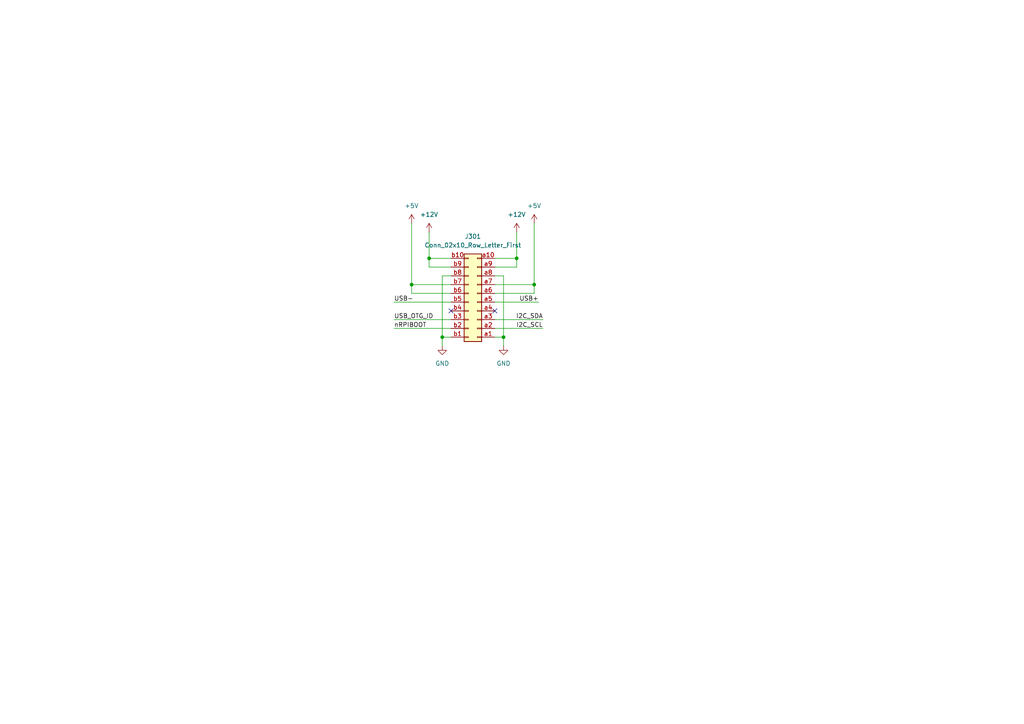
<source format=kicad_sch>
(kicad_sch (version 20231120) (generator "eeschema") (generator_version "8.0")
  (paper "A4")
  (title_block (title "Bus Connector") (rev "<<HASH>>") (company "Amateurfunkclub für Remote Stationen"))
  (lib_symbols
    (symbol "Connector_Generic:Conn_02x10_Row_Letter_First" (pin_names (offset 1.016) hide)
      (property "Reference" "J" (at 1.27 12.7 0))
      (property "Value" "Conn_02x10_Row_Letter_First" (at 1.27 -15.24 0))
      (symbol "Conn_02x10_Row_Letter_First_1_1"
        (rectangle (start -1.27 -12.573) (end 0 -12.827) (stroke (width 0.1524)))
        (rectangle (start -1.27 -10.033) (end 0 -10.287) (stroke (width 0.1524)))
        (rectangle (start -1.27 -7.493) (end 0 -7.747) (stroke (width 0.1524)))
        (rectangle (start -1.27 -4.953) (end 0 -5.207) (stroke (width 0.1524)))
        (rectangle (start -1.27 -2.413) (end 0 -2.667) (stroke (width 0.1524)))
        (rectangle (start -1.27 0.127) (end 0 -0.127) (stroke (width 0.1524)))
        (rectangle (start -1.27 2.667) (end 0 2.413) (stroke (width 0.1524)))
        (rectangle (start -1.27 5.207) (end 0 4.953) (stroke (width 0.1524)))
        (rectangle (start -1.27 7.747) (end 0 7.493) (stroke (width 0.1524)))
        (rectangle (start -1.27 10.287) (end 0 10.033) (stroke (width 0.1524)))
        (rectangle (start -1.27 11.43) (end 3.81 -13.97) (stroke (width 0.254)) (fill (type background)))
        (rectangle (start 3.81 -12.573) (end 2.54 -12.827) (stroke (width 0.1524)))
        (rectangle (start 3.81 -10.033) (end 2.54 -10.287) (stroke (width 0.1524)))
        (rectangle (start 3.81 -7.493) (end 2.54 -7.747) (stroke (width 0.1524)))
        (rectangle (start 3.81 -4.953) (end 2.54 -5.207) (stroke (width 0.1524)))
        (rectangle (start 3.81 -2.413) (end 2.54 -2.667) (stroke (width 0.1524)))
        (rectangle (start 3.81 0.127) (end 2.54 -0.127) (stroke (width 0.1524)))
        (rectangle (start 3.81 2.667) (end 2.54 2.413) (stroke (width 0.1524)))
        (rectangle (start 3.81 5.207) (end 2.54 4.953) (stroke (width 0.1524)))
        (rectangle (start 3.81 7.747) (end 2.54 7.493) (stroke (width 0.1524)))
        (rectangle (start 3.81 10.287) (end 2.54 10.033) (stroke (width 0.1524)))
        (pin passive line (at -5.08 10.16 0) (length 3.81) (name "Pin_a1") (number "a1"))
        (pin passive line (at -5.08 -12.7 0) (length 3.81) (name "Pin_a10") (number "a10"))
        (pin passive line (at -5.08 7.62 0) (length 3.81) (name "Pin_a2") (number "a2"))
        (pin passive line (at -5.08 5.08 0) (length 3.81) (name "Pin_a3") (number "a3"))
        (pin passive line (at -5.08 2.54 0) (length 3.81) (name "Pin_a4") (number "a4"))
        (pin passive line (at -5.08 0 0) (length 3.81) (name "Pin_a5") (number "a5"))
        (pin passive line (at -5.08 -2.54 0) (length 3.81) (name "Pin_a6") (number "a6"))
        (pin passive line (at -5.08 -5.08 0) (length 3.81) (name "Pin_a7") (number "a7"))
        (pin passive line (at -5.08 -7.62 0) (length 3.81) (name "Pin_a8") (number "a8"))
        (pin passive line (at -5.08 -10.16 0) (length 3.81) (name "Pin_a9") (number "a9"))
        (pin passive line (at 7.62 10.16 180) (length 3.81) (name "Pin_b1") (number "b1"))
        (pin passive line (at 7.62 -12.7 180) (length 3.81) (name "Pin_b10") (number "b10"))
        (pin passive line (at 7.62 7.62 180) (length 3.81) (name "Pin_b2") (number "b2"))
        (pin passive line (at 7.62 5.08 180) (length 3.81) (name "Pin_b3") (number "b3"))
        (pin passive line (at 7.62 2.54 180) (length 3.81) (name "Pin_b4") (number "b4"))
        (pin passive line (at 7.62 0 180) (length 3.81) (name "Pin_b5") (number "b5"))
        (pin passive line (at 7.62 -2.54 180) (length 3.81) (name "Pin_b6") (number "b6"))
        (pin passive line (at 7.62 -5.08 180) (length 3.81) (name "Pin_b7") (number "b7"))
        (pin passive line (at 7.62 -7.62 180) (length 3.81) (name "Pin_b8") (number "b8"))
        (pin passive line (at 7.62 -10.16 180) (length 3.81) (name "Pin_b9") (number "b9"))
      )
    )
    (symbol "power:+12V" (power) (pin_numbers hide) (pin_names (offset 0) hide)
      (property "Value" "+12V" (at 0 3.556 0))
      (symbol "+12V_0_1"
        (polyline (pts (xy -0.762 1.27) (xy 0 2.54)))
        (polyline (pts (xy 0 0) (xy 0 2.54)))
        (polyline (pts (xy 0 2.54) (xy 0.762 1.27)))
      )
      (symbol "+12V_1_1"
        (pin power_in line (at 0 0 90) (length 0) (name "~") (number "1"))
      )
    )
    (symbol "power:+5V" (power) (pin_numbers hide) (pin_names (offset 0) hide)
      (property "Value" "+5V" (at 0 3.556 0))
      (symbol "+5V_0_1"
        (polyline (pts (xy -0.762 1.27) (xy 0 2.54)))
        (polyline (pts (xy 0 0) (xy 0 2.54)))
        (polyline (pts (xy 0 2.54) (xy 0.762 1.27)))
      )
      (symbol "+5V_1_1"
        (pin power_in line (at 0 0 90) (length 0) (name "~") (number "1"))
      )
    )
    (symbol "power:GND" (power) (pin_numbers hide) (pin_names (offset 0) hide)
      (property "Value" "GND" (at 0 -3.81 0))
      (symbol "GND_0_1"
        (polyline (pts (xy 0 0) (xy 0 -1.27) (xy 1.27 -1.27) (xy 0 -2.54) (xy -1.27 -1.27) (xy 0 -1.27)))
      )
      (symbol "GND_1_1"
        (pin power_in line (at 0 0 270) (length 0) (name "~") (number "1"))
      )
    )
  )
  (junction (at 146.05 97.79))
  (junction (at 128.27 97.79))
  (junction (at 149.86 74.93))
  (junction (at 119.38 82.55))
  (junction (at 154.94 82.55))
  (junction (at 124.46 74.93))
  (no_connect (at 143.51 90.17))
  (no_connect (at 130.81 90.17))
  (wire (pts (xy 143.51 97.79) (xy 146.05 97.79)))
  (wire (pts (xy 128.27 80.01) (xy 128.27 97.79)))
  (wire (pts (xy 146.05 80.01) (xy 146.05 97.79)))
  (wire (pts (xy 143.51 77.47) (xy 149.86 77.47)))
  (wire (pts (xy 114.3 87.63) (xy 130.81 87.63)))
  (wire (pts (xy 146.05 97.79) (xy 146.05 100.33)))
  (wire (pts (xy 114.3 95.25) (xy 130.81 95.25)))
  (wire (pts (xy 143.51 80.01) (xy 146.05 80.01)))
  (wire (pts (xy 143.51 82.55) (xy 154.94 82.55)))
  (wire (pts (xy 124.46 77.47) (xy 124.46 74.93)))
  (wire (pts (xy 119.38 85.09) (xy 119.38 82.55)))
  (wire (pts (xy 149.86 77.47) (xy 149.86 74.93)))
  (wire (pts (xy 130.81 80.01) (xy 128.27 80.01)))
  (wire (pts (xy 130.81 85.09) (xy 119.38 85.09)))
  (wire (pts (xy 154.94 82.55) (xy 154.94 64.77)))
  (wire (pts (xy 130.81 74.93) (xy 124.46 74.93)))
  (wire (pts (xy 143.51 85.09) (xy 154.94 85.09)))
  (wire (pts (xy 114.3 92.71) (xy 130.81 92.71)))
  (wire (pts (xy 130.81 82.55) (xy 119.38 82.55)))
  (wire (pts (xy 128.27 97.79) (xy 128.27 100.33)))
  (wire (pts (xy 130.81 77.47) (xy 124.46 77.47)))
  (wire (pts (xy 143.51 74.93) (xy 149.86 74.93)))
  (wire (pts (xy 157.48 92.71) (xy 143.51 92.71)))
  (wire (pts (xy 154.94 85.09) (xy 154.94 82.55)))
  (wire (pts (xy 124.46 74.93) (xy 124.46 67.31)))
  (wire (pts (xy 130.81 97.79) (xy 128.27 97.79)))
  (wire (pts (xy 157.48 95.25) (xy 143.51 95.25)))
  (wire (pts (xy 119.38 82.55) (xy 119.38 64.77)))
  (wire (pts (xy 149.86 74.93) (xy 149.86 67.31)))
  (wire (pts (xy 143.51 87.63) (xy 156.21 87.63)))
  (label "USB_OTG_ID" (at 114.3 92.71 0))
  (label "nRPIBOOT" (at 114.3 95.25 0))
  (label "USB-" (at 114.3 87.63 0))
  (label "I2C_SDA" (at 157.48 92.71 180))
  (label "I2C_SCL" (at 157.48 95.25 180))
  (label "USB+" (at 156.21 87.63 180))
  (symbol (lib_id "power:+12V") (at 124.46 67.31 0) (unit 1)
    (property "Reference" "#PWR0202" (effects (hide yes)))
    (property "Value" "+12V" (at 124.46 62.23 0))
    (property "Description" "Power symbol creates a global label with name \"+12V\"" (effects (hide yes)))
    (instances (project "bus" (path "" (reference "#PWR0302") (unit 1))))
  )
  (symbol (lib_id "power:+12V") (at 149.86 67.31 0) (unit 1)
    (property "Reference" "#PWR0205" (effects (hide yes)))
    (property "Value" "+12V" (at 149.86 62.23 0))
    (property "Description" "Power symbol creates a global label with name \"+12V\"" (effects (hide yes)))
    (instances (project "bus" (path "" (reference "#PWR0305") (unit 1))))
  )
  (symbol (lib_id "power:GND") (at 146.05 100.33 0) (unit 1)
    (property "Reference" "#PWR0204" (effects (hide yes)))
    (property "Value" "GND" (at 146.05 105.41 0))
    (property "Description" "Power symbol creates a global label with name \"GND\" , ground" (effects (hide yes)))
    (instances (project "bus" (path "" (reference "#PWR0304") (unit 1))))
  )
  (symbol (lib_id "Connector_Generic:Conn_02x10_Row_Letter_First") (at 138.43 87.63 180) (unit 1)
    (property "Reference" "J201" (at 137.16 68.58 0))
    (property "Value" "Conn_02x10_Row_Letter_First" (at 137.16 71.12 0))
    (property "Footprint" "PRJ:PCN10-20P-2.54DS" (effects (hide yes)))
    (property "Description" "Generic connector, double row, 02x10, row letter first pin numbering scheme (pin number consists of a letter for the row and a number for the pin index in this row. a1, ..., aN; b1, ..., bN), script generated (kicad-library-utils/schlib/autogen/connector/)" (effects (hide yes)))
    (instances (project "bus" (path "" (reference "J301") (unit 1))))
  )
  (symbol (lib_id "power:+5V") (at 119.38 64.77 0) (unit 1)
    (property "Reference" "#PWR0201" (effects (hide yes)))
    (property "Value" "+5V" (at 119.38 59.69 0))
    (property "Description" "Power symbol creates a global label with name \"+5V\"" (effects (hide yes)))
    (instances (project "bus" (path "" (reference "#PWR0301") (unit 1))))
  )
  (symbol (lib_id "power:GND") (at 128.27 100.33 0) (unit 1)
    (property "Reference" "#PWR0203" (effects (hide yes)))
    (property "Value" "GND" (at 128.27 105.41 0))
    (property "Description" "Power symbol creates a global label with name \"GND\" , ground" (effects (hide yes)))
    (instances (project "bus" (path "" (reference "#PWR0303") (unit 1))))
  )
  (symbol (lib_id "power:+5V") (at 154.94 64.77 0) (unit 1)
    (property "Reference" "#PWR0206" (effects (hide yes)))
    (property "Value" "+5V" (at 154.94 59.69 0))
    (property "Description" "Power symbol creates a global label with name \"+5V\"" (effects (hide yes)))
    (instances (project "bus" (path "" (reference "#PWR0306") (unit 1))))
  )
)
</source>
